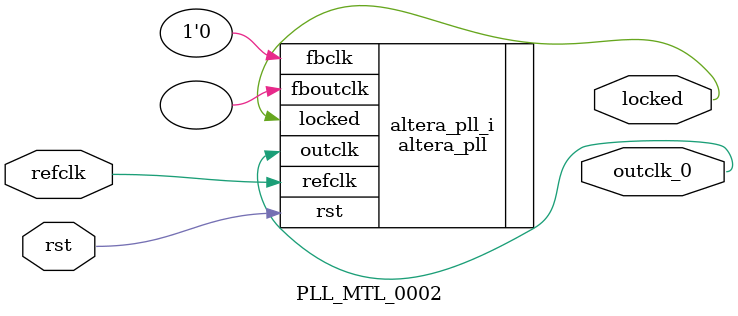
<source format=v>
`timescale 1ns/10ps
module  PLL_MTL_0002(

	// interface 'refclk'
	input wire refclk,

	// interface 'reset'
	input wire rst,

	// interface 'outclk0'
	output wire outclk_0,

	// interface 'locked'
	output wire locked
);

	altera_pll #(
		.fractional_vco_multiplier("false"),
		.reference_clock_frequency("50.0 MHz"),
		.operation_mode("direct"),
		.number_of_clocks(1),
		.output_clock_frequency0("33.000000 MHz"),
		.phase_shift0("0 ps"),
		.duty_cycle0(50),
		.output_clock_frequency1("0 MHz"),
		.phase_shift1("0 ps"),
		.duty_cycle1(50),
		.output_clock_frequency2("0 MHz"),
		.phase_shift2("0 ps"),
		.duty_cycle2(50),
		.output_clock_frequency3("0 MHz"),
		.phase_shift3("0 ps"),
		.duty_cycle3(50),
		.output_clock_frequency4("0 MHz"),
		.phase_shift4("0 ps"),
		.duty_cycle4(50),
		.output_clock_frequency5("0 MHz"),
		.phase_shift5("0 ps"),
		.duty_cycle5(50),
		.output_clock_frequency6("0 MHz"),
		.phase_shift6("0 ps"),
		.duty_cycle6(50),
		.output_clock_frequency7("0 MHz"),
		.phase_shift7("0 ps"),
		.duty_cycle7(50),
		.output_clock_frequency8("0 MHz"),
		.phase_shift8("0 ps"),
		.duty_cycle8(50),
		.output_clock_frequency9("0 MHz"),
		.phase_shift9("0 ps"),
		.duty_cycle9(50),
		.output_clock_frequency10("0 MHz"),
		.phase_shift10("0 ps"),
		.duty_cycle10(50),
		.output_clock_frequency11("0 MHz"),
		.phase_shift11("0 ps"),
		.duty_cycle11(50),
		.output_clock_frequency12("0 MHz"),
		.phase_shift12("0 ps"),
		.duty_cycle12(50),
		.output_clock_frequency13("0 MHz"),
		.phase_shift13("0 ps"),
		.duty_cycle13(50),
		.output_clock_frequency14("0 MHz"),
		.phase_shift14("0 ps"),
		.duty_cycle14(50),
		.output_clock_frequency15("0 MHz"),
		.phase_shift15("0 ps"),
		.duty_cycle15(50),
		.output_clock_frequency16("0 MHz"),
		.phase_shift16("0 ps"),
		.duty_cycle16(50),
		.output_clock_frequency17("0 MHz"),
		.phase_shift17("0 ps"),
		.duty_cycle17(50),
		.pll_type("General"),
		.pll_subtype("General")
	) altera_pll_i (
		.rst	(rst),
		.outclk	({outclk_0}),
		.locked	(locked),
		.fboutclk	( ),
		.fbclk	(1'b0),
		.refclk	(refclk)
	);
endmodule


</source>
